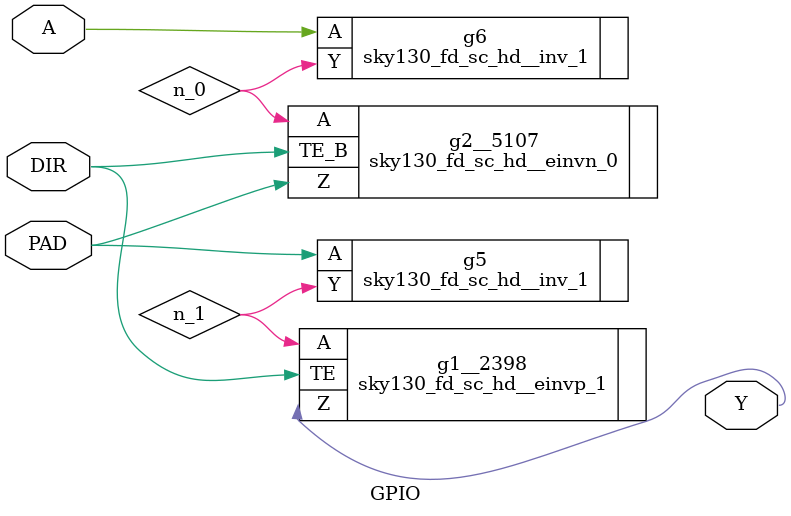
<source format=v>


// Verification Directory fv/GPIO 

module GPIO(A, Y, PAD, DIR);
  input A, DIR;
  output Y;
  inout PAD;
  wire A, DIR;
  wire Y;
  wire PAD;
  wire n_0, n_1;
  sky130_fd_sc_hd__einvp_1 g1__2398(.A (n_1), .TE (DIR), .Z (Y));
  sky130_fd_sc_hd__inv_1 g5(.A (PAD), .Y (n_1));
  sky130_fd_sc_hd__einvn_0 g2__5107(.A (n_0), .TE_B (DIR), .Z (PAD));
  sky130_fd_sc_hd__inv_1 g6(.A (A), .Y (n_0));
endmodule


</source>
